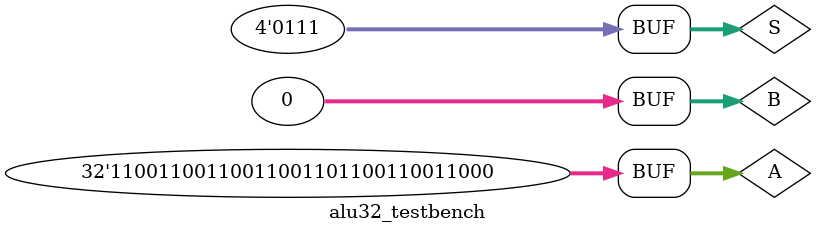
<source format=v>
`define DELAY 10

module alu32_testbench();

reg [31:0] A;
reg [31:0] B;
reg[3:0] S;
wire [31:0] result;

alu32 test(result,A,B,S);

initial begin

A = 32'b11111111111111111111111111111111; 
B = 32'b11111111111111111111111111111111;
S= 3'b000;
#`DELAY;
A = 32'b10101010101010101010101010101010; 
B = 32'b01010101010101010101010101010101;
S= 3'b000;
#`DELAY;
A = 32'b10100010010000011111111111111111; 
B = 32'b10100010010000011111111111111111;
S= 3'b000;
#`DELAY;

//or
A = 32'b11111111111111111111111111111111; 
B = 32'b00000000000000000000000000000000;
S= 3'b001;
#`DELAY;
A = 32'b10101010101010101010101010101010; 
B = 32'b01010101010101010101010101010101;
S= 3'b001;
#`DELAY;
A = 32'b00111110111100011100011101011100; 
B = 32'b11000001000001100011100010100011;
S= 3'b001;
#`DELAY;

// adder
A = 32'b11111111111111111111111111111000; 
B = 32'b00000000000000000000000000000110;
S= 3'b010;
#`DELAY;
A = 32'b10000000000000000000000000000000; 
B = 32'b01000000000000001000000000000001;
S= 3'b010;
#`DELAY;
A = 32'b01010101010101010101010101010101; 
B = 32'b01010101010101010101010101010101;
S= 3'b010;
#`DELAY;

//xor
A = 32'b10101010101010101010101010101010; 
B = 32'b01010101010101010101010101010101;
S= 3'b011;
#`DELAY;
A = 32'b10101010101010101010101010101010; 
B = 32'b00000000000000000000000000000000;
S= 3'b011;
#`DELAY;
A = 32'b11111111111111111111111111111111; 
B = 32'b00000000000000000000000000000000;
S= 3'b011;
#`DELAY;

// subtrac
A = 32'b10101010101010101010101010101010; 
B = 32'b10101010101010101010101010101010;
S= 3'b100;
#`DELAY;
A = 32'b00000000000000000000000010000000; 
B = 32'b00000000000000000000000001010101;
S= 3'b100;
#`DELAY;
A = 32'b01111111111111111111111111111111; 
B = 32'b01010101010101010101010101010101;
S= 3'b100;
#`DELAY;

//right shift
A = 32'b10000000000000000000000000000000; 
B = 32'b00000000000000000000000000000011;
S= 3'b101;
#`DELAY;
A = 32'b10000000000000001111000000000000; 
B = 32'b00000000000000000000000000001100;
S= 3'b101;
#`DELAY;
A = 32'b10001110000000000000000000000000; 
B = 32'b00000000000000000000000000011111;
S= 3'b101;
#`DELAY;

//left shift
A = 32'b00000000000000000000000000000001; 
B = 32'b00000000000000000000000000111111;
S= 3'b110;
#`DELAY;
A = 32'b00000000000000000000000000011111; 
B = 32'b00000000000000000000000000000101;
S= 3'b110;
#`DELAY;
A = 32'b00000000000000000011111110000000; 
B = 32'b00000000000000000000000000001100;
S= 3'b110;
#`DELAY;

//nor
A = 32'b11111111111110001111111111111111; 
B = 32'b00000000000000000000000000000000;
S= 3'b111;
#`DELAY;
A = 32'b10101010101010101010101010101010; 
B = 32'b01010101010101010101010101010101;
S= 3'b111;
#`DELAY;
A = 32'b11001100110011001101100110011000; 
B = 32'b00000000000000000000000000000000;
S= 3'b111;
#`DELAY;

end


initial
begin
$monitor("A =%32b B=%32b \n S= %3b result-->%32b \n", A, B, S, result);
end
 
endmodule
</source>
